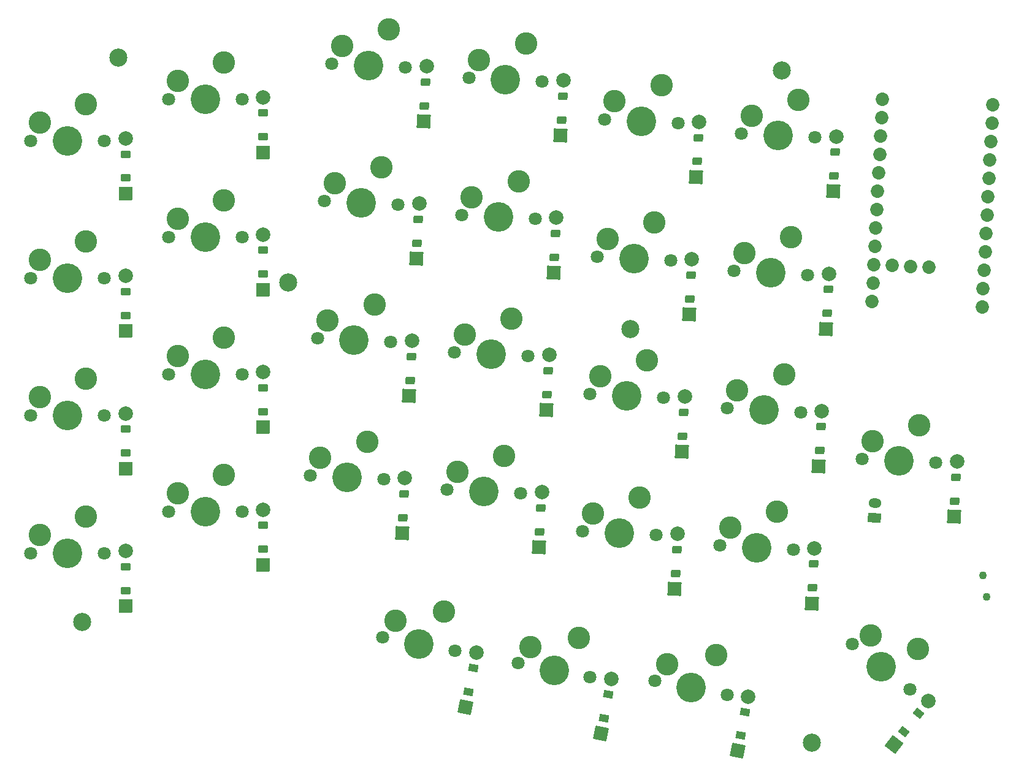
<source format=gbr>
%TF.GenerationSoftware,KiCad,Pcbnew,8.0.4*%
%TF.CreationDate,2024-09-16T15:22:01-06:00*%
%TF.ProjectId,left_board,6c656674-5f62-46f6-9172-642e6b696361,v1.0.0*%
%TF.SameCoordinates,Original*%
%TF.FileFunction,Soldermask,Top*%
%TF.FilePolarity,Negative*%
%FSLAX46Y46*%
G04 Gerber Fmt 4.6, Leading zero omitted, Abs format (unit mm)*
G04 Created by KiCad (PCBNEW 8.0.4) date 2024-09-16 15:22:01*
%MOMM*%
%LPD*%
G01*
G04 APERTURE LIST*
G04 Aperture macros list*
%AMRoundRect*
0 Rectangle with rounded corners*
0 $1 Rounding radius*
0 $2 $3 $4 $5 $6 $7 $8 $9 X,Y pos of 4 corners*
0 Add a 4 corners polygon primitive as box body*
4,1,4,$2,$3,$4,$5,$6,$7,$8,$9,$2,$3,0*
0 Add four circle primitives for the rounded corners*
1,1,$1+$1,$2,$3*
1,1,$1+$1,$4,$5*
1,1,$1+$1,$6,$7*
1,1,$1+$1,$8,$9*
0 Add four rect primitives between the rounded corners*
20,1,$1+$1,$2,$3,$4,$5,0*
20,1,$1+$1,$4,$5,$6,$7,0*
20,1,$1+$1,$6,$7,$8,$9,0*
20,1,$1+$1,$8,$9,$2,$3,0*%
%AMHorizOval*
0 Thick line with rounded ends*
0 $1 width*
0 $2 $3 position (X,Y) of the first rounded end (center of the circle)*
0 $4 $5 position (X,Y) of the second rounded end (center of the circle)*
0 Add line between two ends*
20,1,$1,$2,$3,$4,$5,0*
0 Add two circle primitives to create the rounded ends*
1,1,$1,$2,$3*
1,1,$1,$4,$5*%
G04 Aperture macros list end*
%ADD10C,1.100000*%
%ADD11RoundRect,0.050000X0.841255X-0.934308X0.934308X0.841255X-0.841255X0.934308X-0.934308X-0.841255X0*%
%ADD12RoundRect,0.050000X0.575627X-0.480785X0.622729X0.417982X-0.575627X0.480785X-0.622729X-0.417982X0*%
%ADD13C,2.005000*%
%ADD14C,1.801800*%
%ADD15C,3.100000*%
%ADD16C,4.087800*%
%ADD17C,2.500000*%
%ADD18RoundRect,0.050000X0.703037X-1.042296X1.042296X0.703037X-0.703037X1.042296X-1.042296X-0.703037X0*%
%ADD19RoundRect,0.050000X0.503112X-0.556218X0.674840X0.327247X-0.503112X0.556218X-0.674840X-0.327247X0*%
%ADD20C,1.852600*%
%ADD21RoundRect,0.050000X0.889000X-0.889000X0.889000X0.889000X-0.889000X0.889000X-0.889000X-0.889000X0*%
%ADD22RoundRect,0.050000X0.600000X-0.450000X0.600000X0.450000X-0.600000X0.450000X-0.600000X-0.450000X0*%
%ADD23RoundRect,0.050000X0.817434X-0.643663X0.880237X0.554692X-0.817434X0.643663X-0.880237X-0.554692X0*%
%ADD24HorizOval,1.300000X-0.249657X0.013084X0.249657X-0.013084X0*%
%ADD25RoundRect,0.050000X0.153219X-1.247865X1.247865X0.153219X-0.153219X1.247865X-1.247865X-0.153219X0*%
%ADD26RoundRect,0.050000X0.195759X-0.724002X0.749854X-0.014792X-0.195759X0.724002X-0.749854X0.014792X0*%
G04 APERTURE END LIST*
D10*
%TO.C,T1*%
X276326097Y-164506435D03*
X276847041Y-167460859D03*
%TD*%
D11*
%TO.C,D13*%
X215059692Y-160632736D03*
D12*
X215172738Y-158475696D03*
X215345446Y-155180218D03*
D13*
X215458492Y-153023178D03*
%TD*%
D14*
%TO.C,S22*%
X241020913Y-141417607D03*
D15*
X242422106Y-138947555D03*
D16*
X246093951Y-141683474D03*
D15*
X248896337Y-136743369D03*
D14*
X251166989Y-141949341D03*
%TD*%
D17*
%TO.C,*%
X252699022Y-187617107D03*
%TD*%
D14*
%TO.C,S11*%
X185444848Y-112754699D03*
D15*
X186846041Y-110284647D03*
D16*
X190517886Y-113020566D03*
D15*
X193320272Y-108080461D03*
D14*
X195590924Y-113286433D03*
%TD*%
D18*
%TO.C,D25*%
X204935649Y-182685083D03*
D19*
X205347796Y-180564768D03*
X205977466Y-177325398D03*
D13*
X206389613Y-175205083D03*
%TD*%
D14*
%TO.C,S7*%
X163899120Y-117730988D03*
D15*
X165169120Y-115190988D03*
D16*
X168979120Y-117730988D03*
D15*
X171519120Y-112650988D03*
D14*
X174059120Y-117730988D03*
%TD*%
D11*
%TO.C,D19*%
X235773169Y-128435170D03*
D12*
X235886215Y-126278130D03*
X236058923Y-122982652D03*
D13*
X236171969Y-120825612D03*
%TD*%
D20*
%TO.C,MCU1*%
X262495331Y-98712965D03*
X262362398Y-101249484D03*
X262229465Y-103786003D03*
X262096531Y-106322522D03*
X261963598Y-108859041D03*
X261830665Y-111395561D03*
X261697731Y-113932080D03*
X261564798Y-116468599D03*
X261431865Y-119005118D03*
X261298931Y-121541637D03*
X261165998Y-124078156D03*
X261033065Y-126614675D03*
X276252179Y-127412275D03*
X276385112Y-124875756D03*
X276518045Y-122339237D03*
X276650979Y-119802718D03*
X276783912Y-117266199D03*
X276916845Y-114729679D03*
X277049779Y-112193160D03*
X277182712Y-109656641D03*
X277315645Y-107120122D03*
X277448579Y-104583603D03*
X277581512Y-102047084D03*
X277714445Y-99510565D03*
X263835450Y-121674570D03*
X266371969Y-121807503D03*
X268908488Y-121940437D03*
%TD*%
D14*
%TO.C,S18*%
X222099287Y-139424594D03*
D15*
X223500480Y-136954542D03*
D16*
X227172325Y-139690461D03*
D15*
X229974711Y-134750356D03*
D14*
X232245363Y-139956328D03*
%TD*%
%TO.C,S12*%
X186439232Y-93780737D03*
D15*
X187840425Y-91310685D03*
D16*
X191512270Y-94046604D03*
D15*
X194314656Y-89106499D03*
D14*
X196585308Y-94312471D03*
%TD*%
%TO.C,S16*%
X205363343Y-95726315D03*
D15*
X206764536Y-93256263D03*
D16*
X210436381Y-95992182D03*
D15*
X213238767Y-91052077D03*
D14*
X215509419Y-96258049D03*
%TD*%
D11*
%TO.C,D14*%
X216054075Y-141658775D03*
D12*
X216167121Y-139501735D03*
X216339829Y-136206257D03*
D13*
X216452875Y-134049217D03*
%TD*%
D17*
%TO.C,*%
X180402768Y-124031271D03*
%TD*%
D11*
%TO.C,D21*%
X252706028Y-168376105D03*
D12*
X252819074Y-166219065D03*
X252991782Y-162923587D03*
D13*
X253104828Y-160766547D03*
%TD*%
D21*
%TO.C,D7*%
X176979120Y-125040988D03*
D22*
X176979120Y-122880988D03*
X176979120Y-119580988D03*
D13*
X176979120Y-117420988D03*
%TD*%
D14*
%TO.C,S2*%
X144899120Y-142445988D03*
D15*
X146169120Y-139905988D03*
D16*
X149979120Y-142445988D03*
D15*
X152519120Y-137365988D03*
D14*
X155059120Y-142445988D03*
%TD*%
D21*
%TO.C,D6*%
X176979120Y-144040988D03*
D22*
X176979120Y-141880988D03*
X176979120Y-138580988D03*
D13*
X176979120Y-136420988D03*
%TD*%
D18*
%TO.C,D27*%
X242475993Y-188708791D03*
D19*
X242888140Y-186588476D03*
X243517810Y-183349106D03*
D13*
X243929957Y-181228791D03*
%TD*%
D14*
%TO.C,S5*%
X163899120Y-155730988D03*
D15*
X165169120Y-153190988D03*
D16*
X168979120Y-155730988D03*
D15*
X171519120Y-150650988D03*
D14*
X174059120Y-155730988D03*
%TD*%
D23*
%TO.C,JST1*%
X261339320Y-156501663D03*
D24*
X261443992Y-154504403D03*
%TD*%
D14*
%TO.C,S19*%
X223093671Y-120450633D03*
D15*
X224494864Y-117980581D03*
D16*
X228166709Y-120716500D03*
D15*
X230969095Y-115776395D03*
D14*
X233239747Y-120982367D03*
%TD*%
D18*
%TO.C,D26*%
X223586565Y-186310454D03*
D19*
X223998712Y-184190139D03*
X224628382Y-180950769D03*
D13*
X225040529Y-178830454D03*
%TD*%
D11*
%TO.C,D18*%
X234778786Y-147409131D03*
D12*
X234891832Y-145252091D03*
X235064540Y-141956613D03*
D13*
X235177586Y-139799573D03*
%TD*%
D11*
%TO.C,D24*%
X255689178Y-111454221D03*
D12*
X255802224Y-109297181D03*
X255974932Y-106001703D03*
D13*
X256087978Y-103844663D03*
%TD*%
D14*
%TO.C,S29*%
X259680858Y-148403767D03*
D15*
X261082051Y-145933715D03*
D16*
X264753896Y-148669634D03*
D15*
X267556282Y-143729529D03*
D14*
X269826934Y-148935501D03*
%TD*%
%TO.C,S25*%
X193490779Y-173013606D03*
D15*
X195222100Y-170762601D03*
D16*
X198477445Y-173982916D03*
D15*
X201940088Y-169480905D03*
D14*
X203464111Y-174952226D03*
%TD*%
D11*
%TO.C,D29*%
X272360357Y-156388304D03*
D12*
X272473403Y-154231264D03*
X272646111Y-150935786D03*
D13*
X272759157Y-148778746D03*
%TD*%
D14*
%TO.C,S8*%
X163899120Y-98730988D03*
D15*
X165169120Y-96190988D03*
D16*
X168979120Y-98730988D03*
D15*
X171519120Y-93650988D03*
D14*
X174059120Y-98730988D03*
%TD*%
%TO.C,S1*%
X144899120Y-161445988D03*
D15*
X146169120Y-158905988D03*
D16*
X149979120Y-161445988D03*
D15*
X152519120Y-156365988D03*
D14*
X155059120Y-161445988D03*
%TD*%
D17*
%TO.C,*%
X248553741Y-94747885D03*
%TD*%
D14*
%TO.C,S13*%
X202380193Y-152648199D03*
D15*
X203781386Y-150178147D03*
D16*
X207453231Y-152914066D03*
D15*
X210255617Y-147973961D03*
D14*
X212526269Y-153179933D03*
%TD*%
D21*
%TO.C,D3*%
X157979120Y-130755988D03*
D22*
X157979120Y-128595988D03*
X157979120Y-125295988D03*
D13*
X157979120Y-123135988D03*
%TD*%
D11*
%TO.C,D22*%
X253700411Y-149402144D03*
D12*
X253813457Y-147245104D03*
X253986165Y-143949626D03*
D13*
X254099211Y-141792586D03*
%TD*%
D21*
%TO.C,D8*%
X176979120Y-106040988D03*
D22*
X176979120Y-103880988D03*
X176979120Y-100580988D03*
D13*
X176979120Y-98420988D03*
%TD*%
D11*
%TO.C,D15*%
X217048458Y-122684813D03*
D12*
X217161504Y-120527773D03*
X217334212Y-117232295D03*
D13*
X217447258Y-115075255D03*
%TD*%
D14*
%TO.C,S6*%
X163899120Y-136730988D03*
D15*
X165169120Y-134190988D03*
D16*
X168979120Y-136730988D03*
D15*
X171519120Y-131650988D03*
D14*
X174059120Y-136730988D03*
%TD*%
D17*
%TO.C,*%
X156979120Y-92920988D03*
%TD*%
%TO.C,*%
X151979120Y-170970988D03*
%TD*%
D14*
%TO.C,S26*%
X212141695Y-176638976D03*
D15*
X213873016Y-174387971D03*
D16*
X217128361Y-177608286D03*
D15*
X220591004Y-173106275D03*
D14*
X222115027Y-178577596D03*
%TD*%
D11*
%TO.C,D12*%
X199118730Y-101765274D03*
D12*
X199231776Y-99608234D03*
X199404484Y-96312756D03*
D13*
X199517530Y-94155716D03*
%TD*%
D11*
%TO.C,D10*%
X197129964Y-139713197D03*
D12*
X197243010Y-137556157D03*
X197415718Y-134260679D03*
D13*
X197528764Y-132103639D03*
%TD*%
D14*
%TO.C,S23*%
X242015296Y-122443645D03*
D15*
X243416489Y-119973593D03*
D16*
X247088334Y-122709512D03*
D15*
X249890720Y-117769407D03*
D14*
X252161372Y-122975379D03*
%TD*%
%TO.C,S3*%
X144899120Y-123445988D03*
D15*
X146169120Y-120905988D03*
D16*
X149979120Y-123445988D03*
D15*
X152519120Y-118365988D03*
D14*
X155059120Y-123445988D03*
%TD*%
%TO.C,S4*%
X144899120Y-104445988D03*
D15*
X146169120Y-101905988D03*
D16*
X149979120Y-104445988D03*
D15*
X152519120Y-99365988D03*
D14*
X155059120Y-104445988D03*
%TD*%
D11*
%TO.C,D23*%
X254694794Y-130428182D03*
D12*
X254807840Y-128271142D03*
X254980548Y-124975664D03*
D13*
X255093594Y-122818624D03*
%TD*%
D14*
%TO.C,S9*%
X183456082Y-150702621D03*
D15*
X184857275Y-148232569D03*
D16*
X188529120Y-150968488D03*
D15*
X191331506Y-146028383D03*
D14*
X193602158Y-151234355D03*
%TD*%
%TO.C,S27*%
X231031123Y-179037313D03*
D15*
X232762444Y-176786308D03*
D16*
X236017789Y-180006623D03*
D15*
X239480432Y-175504612D03*
D14*
X241004455Y-180975933D03*
%TD*%
D11*
%TO.C,D17*%
X233784403Y-166383092D03*
D12*
X233897449Y-164226052D03*
X234070157Y-160930574D03*
D13*
X234183203Y-158773534D03*
%TD*%
D14*
%TO.C,S15*%
X204368960Y-114700276D03*
D15*
X205770153Y-112230224D03*
D16*
X209441998Y-114966143D03*
D15*
X212244384Y-110026038D03*
D14*
X214515036Y-115232010D03*
%TD*%
D17*
%TO.C,*%
X227657741Y-130428172D03*
%TD*%
D14*
%TO.C,S20*%
X224088054Y-101476671D03*
D15*
X225489247Y-99006619D03*
D16*
X229161092Y-101742538D03*
D15*
X231963478Y-96802433D03*
D14*
X234234130Y-102008405D03*
%TD*%
D21*
%TO.C,D2*%
X157979120Y-149755988D03*
D22*
X157979120Y-147595988D03*
X157979120Y-144295988D03*
D13*
X157979120Y-142135988D03*
%TD*%
D14*
%TO.C,S17*%
X221104904Y-158398555D03*
D15*
X222506097Y-155928503D03*
D16*
X226177942Y-158664422D03*
D15*
X228980328Y-153724317D03*
D14*
X231250980Y-158930289D03*
%TD*%
%TO.C,S14*%
X203374576Y-133674238D03*
D15*
X204775769Y-131204186D03*
D16*
X208447614Y-133940105D03*
D15*
X211250000Y-129000000D03*
D14*
X213520652Y-134205972D03*
%TD*%
%TO.C,S21*%
X240026530Y-160391568D03*
D15*
X241427723Y-157921516D03*
D16*
X245099568Y-160657435D03*
D15*
X247901954Y-155717330D03*
D14*
X250172606Y-160923302D03*
%TD*%
D21*
%TO.C,D1*%
X157979120Y-168755988D03*
D22*
X157979120Y-166595988D03*
X157979120Y-163295988D03*
D13*
X157979120Y-161135988D03*
%TD*%
D25*
%TO.C,D28*%
X264087281Y-187829376D03*
D26*
X265417110Y-186127273D03*
X267448792Y-183526837D03*
D13*
X268778621Y-181824734D03*
%TD*%
D21*
%TO.C,D4*%
X157979120Y-111755988D03*
D22*
X157979120Y-109595988D03*
X157979120Y-106295988D03*
D13*
X157979120Y-104135988D03*
%TD*%
D21*
%TO.C,D5*%
X176979120Y-163040988D03*
D22*
X176979120Y-160880988D03*
X176979120Y-157580988D03*
D13*
X176979120Y-155420988D03*
%TD*%
D14*
%TO.C,S28*%
X258280585Y-174016166D03*
D15*
X260845139Y-172796508D03*
D16*
X262283680Y-177143726D03*
D15*
X267412788Y-174704412D03*
D14*
X266286775Y-180271286D03*
%TD*%
D11*
%TO.C,D20*%
X236767552Y-109461208D03*
D12*
X236880598Y-107304168D03*
X237053306Y-104008690D03*
D13*
X237166352Y-101851650D03*
%TD*%
D11*
%TO.C,D9*%
X196135580Y-158687158D03*
D12*
X196248626Y-156530118D03*
X196421334Y-153234640D03*
D13*
X196534380Y-151077600D03*
%TD*%
D11*
%TO.C,D11*%
X198124347Y-120739236D03*
D12*
X198237393Y-118582196D03*
X198410101Y-115286718D03*
D13*
X198523147Y-113129678D03*
%TD*%
D14*
%TO.C,S24*%
X243009679Y-103469684D03*
D15*
X244410872Y-100999632D03*
D16*
X248082717Y-103735551D03*
D15*
X250885103Y-98795446D03*
D14*
X253155755Y-104001418D03*
%TD*%
%TO.C,S10*%
X184450465Y-131728660D03*
D15*
X185851658Y-129258608D03*
D16*
X189523503Y-131994527D03*
D15*
X192325889Y-127054422D03*
D14*
X194596541Y-132260394D03*
%TD*%
D11*
%TO.C,D16*%
X218042841Y-103710852D03*
D12*
X218155887Y-101553812D03*
X218328595Y-98258334D03*
D13*
X218441641Y-96101294D03*
%TD*%
M02*

</source>
